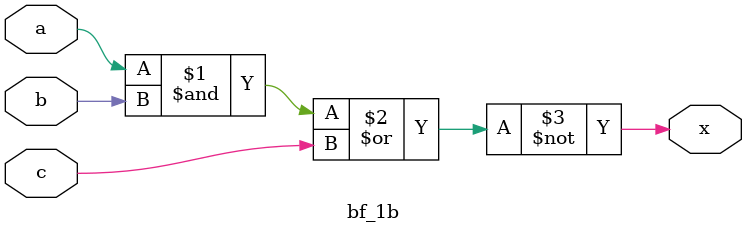
<source format=v>
`timescale 1ns / 1ps


module bf_1b(
    input a,b,c,
    output x
    );
assign x = ~((a&b)|c);
endmodule
</source>
